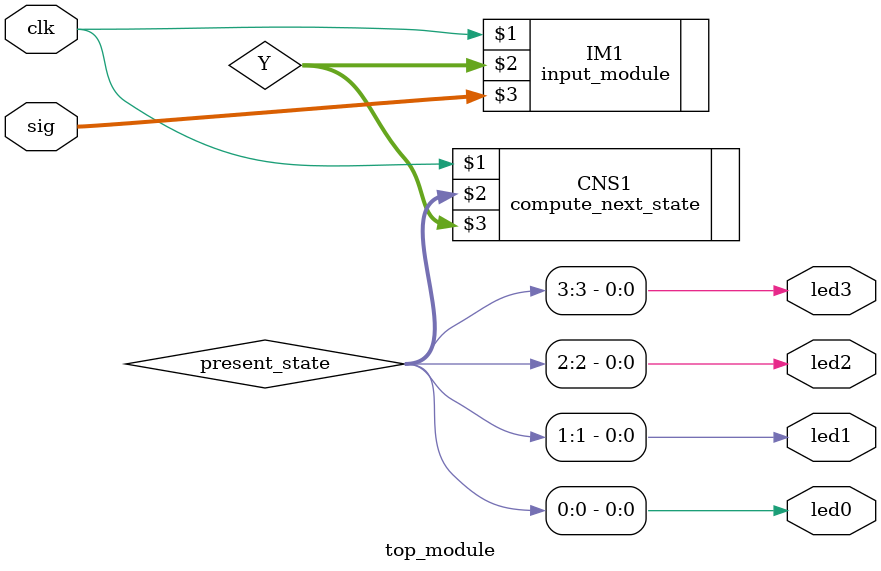
<source format=v>
`timescale 1ns / 1ps
module top_module(clk,led0,led1,led2,led3,sig
    );
	 input clk;input [1:0] sig;
	 output led0,led1,led2,led3;
	 wire led0,led1,led2,led3;
	 wire [1:0] Y;
	 wire [3:0] present_state;
	 input_module IM1 (clk,Y,sig);
    compute_next_state CNS1 (clk,present_state,Y);
	 assign led0=present_state[0];
	 assign led1=present_state[1];
	 assign led2=present_state[2];
	 assign led3=present_state[3];
    
endmodule


</source>
